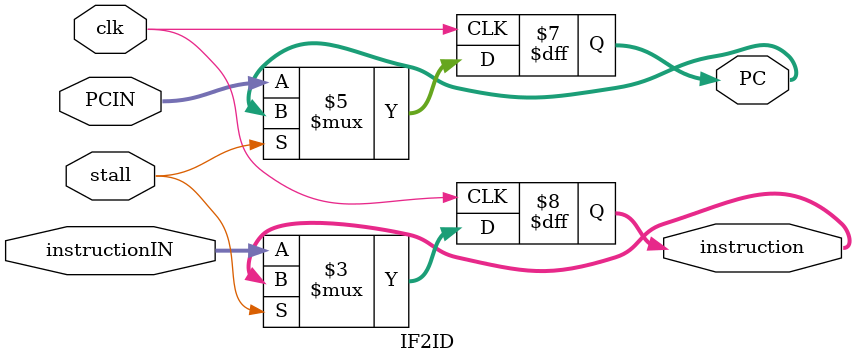
<source format=v>
module IF2ID(
	input clk,stall, 
	input [15:0] PCIN, instructionIN, 
	output reg [15:0] PC, instruction
);


  	always @ (posedge clk) begin

      	if (~stall) begin
          	instruction <= instructionIN;
          	PC <= PCIN;
      	end

  	end
endmodule
</source>
